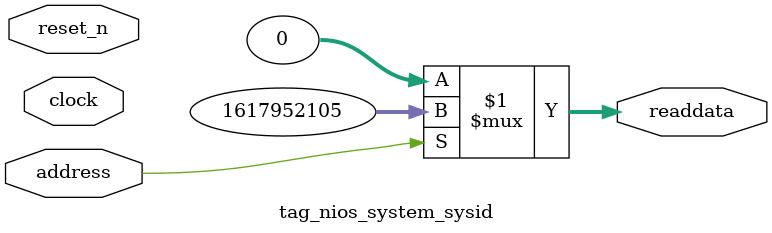
<source format=v>

`timescale 1ns / 1ps
// synthesis translate_on

// turn off superfluous verilog processor warnings 
// altera message_level Level1 
// altera message_off 10034 10035 10036 10037 10230 10240 10030 

module tag_nios_system_sysid (
               // inputs:
                address,
                clock,
                reset_n,

               // outputs:
                readdata
             )
;

  output  [ 31: 0] readdata;
  input            address;
  input            clock;
  input            reset_n;

  wire    [ 31: 0] readdata;
  //control_slave, which is an e_avalon_slave
  assign readdata = address ? 1617952105 : 0;

endmodule




</source>
